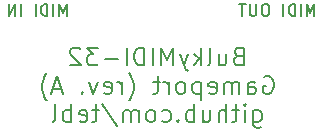
<source format=gbo>
G04 #@! TF.GenerationSoftware,KiCad,Pcbnew,(5.1.8)-1*
G04 #@! TF.CreationDate,2022-02-10T23:19:11+01:00*
G04 #@! TF.ProjectId,BulkyMIDI-32 Gameport,42756c6b-794d-4494-9449-2d3332204761,rev?*
G04 #@! TF.SameCoordinates,Original*
G04 #@! TF.FileFunction,Legend,Bot*
G04 #@! TF.FilePolarity,Positive*
%FSLAX46Y46*%
G04 Gerber Fmt 4.6, Leading zero omitted, Abs format (unit mm)*
G04 Created by KiCad (PCBNEW (5.1.8)-1) date 2022-02-10 23:19:11*
%MOMM*%
%LPD*%
G01*
G04 APERTURE LIST*
%ADD10C,0.150000*%
G04 APERTURE END LIST*
D10*
X131389047Y-68651380D02*
X131389047Y-67651380D01*
X131055714Y-68365666D01*
X130722380Y-67651380D01*
X130722380Y-68651380D01*
X130246190Y-68651380D02*
X130246190Y-67651380D01*
X129770000Y-68651380D02*
X129770000Y-67651380D01*
X129531904Y-67651380D01*
X129389047Y-67699000D01*
X129293809Y-67794238D01*
X129246190Y-67889476D01*
X129198571Y-68079952D01*
X129198571Y-68222809D01*
X129246190Y-68413285D01*
X129293809Y-68508523D01*
X129389047Y-68603761D01*
X129531904Y-68651380D01*
X129770000Y-68651380D01*
X128770000Y-68651380D02*
X128770000Y-67651380D01*
X127341428Y-67651380D02*
X127150952Y-67651380D01*
X127055714Y-67699000D01*
X126960476Y-67794238D01*
X126912857Y-67984714D01*
X126912857Y-68318047D01*
X126960476Y-68508523D01*
X127055714Y-68603761D01*
X127150952Y-68651380D01*
X127341428Y-68651380D01*
X127436666Y-68603761D01*
X127531904Y-68508523D01*
X127579523Y-68318047D01*
X127579523Y-67984714D01*
X127531904Y-67794238D01*
X127436666Y-67699000D01*
X127341428Y-67651380D01*
X126484285Y-67651380D02*
X126484285Y-68460904D01*
X126436666Y-68556142D01*
X126389047Y-68603761D01*
X126293809Y-68651380D01*
X126103333Y-68651380D01*
X126008095Y-68603761D01*
X125960476Y-68556142D01*
X125912857Y-68460904D01*
X125912857Y-67651380D01*
X125579523Y-67651380D02*
X125008095Y-67651380D01*
X125293809Y-68651380D02*
X125293809Y-67651380D01*
X110402380Y-68651380D02*
X110402380Y-67651380D01*
X110069047Y-68365666D01*
X109735714Y-67651380D01*
X109735714Y-68651380D01*
X109259523Y-68651380D02*
X109259523Y-67651380D01*
X108783333Y-68651380D02*
X108783333Y-67651380D01*
X108545238Y-67651380D01*
X108402380Y-67699000D01*
X108307142Y-67794238D01*
X108259523Y-67889476D01*
X108211904Y-68079952D01*
X108211904Y-68222809D01*
X108259523Y-68413285D01*
X108307142Y-68508523D01*
X108402380Y-68603761D01*
X108545238Y-68651380D01*
X108783333Y-68651380D01*
X107783333Y-68651380D02*
X107783333Y-67651380D01*
X106545238Y-68651380D02*
X106545238Y-67651380D01*
X106069047Y-68651380D02*
X106069047Y-67651380D01*
X105497619Y-68651380D01*
X105497619Y-67651380D01*
X124931428Y-72041857D02*
X124717142Y-72113285D01*
X124645714Y-72184714D01*
X124574285Y-72327571D01*
X124574285Y-72541857D01*
X124645714Y-72684714D01*
X124717142Y-72756142D01*
X124860000Y-72827571D01*
X125431428Y-72827571D01*
X125431428Y-71327571D01*
X124931428Y-71327571D01*
X124788571Y-71399000D01*
X124717142Y-71470428D01*
X124645714Y-71613285D01*
X124645714Y-71756142D01*
X124717142Y-71899000D01*
X124788571Y-71970428D01*
X124931428Y-72041857D01*
X125431428Y-72041857D01*
X123288571Y-71827571D02*
X123288571Y-72827571D01*
X123931428Y-71827571D02*
X123931428Y-72613285D01*
X123860000Y-72756142D01*
X123717142Y-72827571D01*
X123502857Y-72827571D01*
X123360000Y-72756142D01*
X123288571Y-72684714D01*
X122360000Y-72827571D02*
X122502857Y-72756142D01*
X122574285Y-72613285D01*
X122574285Y-71327571D01*
X121788571Y-72827571D02*
X121788571Y-71327571D01*
X121645714Y-72256142D02*
X121217142Y-72827571D01*
X121217142Y-71827571D02*
X121788571Y-72399000D01*
X120717142Y-71827571D02*
X120360000Y-72827571D01*
X120002857Y-71827571D02*
X120360000Y-72827571D01*
X120502857Y-73184714D01*
X120574285Y-73256142D01*
X120717142Y-73327571D01*
X119431428Y-72827571D02*
X119431428Y-71327571D01*
X118931428Y-72399000D01*
X118431428Y-71327571D01*
X118431428Y-72827571D01*
X117717142Y-72827571D02*
X117717142Y-71327571D01*
X117002857Y-72827571D02*
X117002857Y-71327571D01*
X116645714Y-71327571D01*
X116431428Y-71399000D01*
X116288571Y-71541857D01*
X116217142Y-71684714D01*
X116145714Y-71970428D01*
X116145714Y-72184714D01*
X116217142Y-72470428D01*
X116288571Y-72613285D01*
X116431428Y-72756142D01*
X116645714Y-72827571D01*
X117002857Y-72827571D01*
X115502857Y-72827571D02*
X115502857Y-71327571D01*
X114788571Y-72256142D02*
X113645714Y-72256142D01*
X113074285Y-71327571D02*
X112145714Y-71327571D01*
X112645714Y-71899000D01*
X112431428Y-71899000D01*
X112288571Y-71970428D01*
X112217142Y-72041857D01*
X112145714Y-72184714D01*
X112145714Y-72541857D01*
X112217142Y-72684714D01*
X112288571Y-72756142D01*
X112431428Y-72827571D01*
X112860000Y-72827571D01*
X113002857Y-72756142D01*
X113074285Y-72684714D01*
X111574285Y-71470428D02*
X111502857Y-71399000D01*
X111360000Y-71327571D01*
X111002857Y-71327571D01*
X110860000Y-71399000D01*
X110788571Y-71470428D01*
X110717142Y-71613285D01*
X110717142Y-71756142D01*
X110788571Y-71970428D01*
X111645714Y-72827571D01*
X110717142Y-72827571D01*
X127110000Y-73799000D02*
X127252857Y-73727571D01*
X127467142Y-73727571D01*
X127681428Y-73799000D01*
X127824285Y-73941857D01*
X127895714Y-74084714D01*
X127967142Y-74370428D01*
X127967142Y-74584714D01*
X127895714Y-74870428D01*
X127824285Y-75013285D01*
X127681428Y-75156142D01*
X127467142Y-75227571D01*
X127324285Y-75227571D01*
X127110000Y-75156142D01*
X127038571Y-75084714D01*
X127038571Y-74584714D01*
X127324285Y-74584714D01*
X125752857Y-75227571D02*
X125752857Y-74441857D01*
X125824285Y-74299000D01*
X125967142Y-74227571D01*
X126252857Y-74227571D01*
X126395714Y-74299000D01*
X125752857Y-75156142D02*
X125895714Y-75227571D01*
X126252857Y-75227571D01*
X126395714Y-75156142D01*
X126467142Y-75013285D01*
X126467142Y-74870428D01*
X126395714Y-74727571D01*
X126252857Y-74656142D01*
X125895714Y-74656142D01*
X125752857Y-74584714D01*
X125038571Y-75227571D02*
X125038571Y-74227571D01*
X125038571Y-74370428D02*
X124967142Y-74299000D01*
X124824285Y-74227571D01*
X124610000Y-74227571D01*
X124467142Y-74299000D01*
X124395714Y-74441857D01*
X124395714Y-75227571D01*
X124395714Y-74441857D02*
X124324285Y-74299000D01*
X124181428Y-74227571D01*
X123967142Y-74227571D01*
X123824285Y-74299000D01*
X123752857Y-74441857D01*
X123752857Y-75227571D01*
X122467142Y-75156142D02*
X122610000Y-75227571D01*
X122895714Y-75227571D01*
X123038571Y-75156142D01*
X123110000Y-75013285D01*
X123110000Y-74441857D01*
X123038571Y-74299000D01*
X122895714Y-74227571D01*
X122610000Y-74227571D01*
X122467142Y-74299000D01*
X122395714Y-74441857D01*
X122395714Y-74584714D01*
X123110000Y-74727571D01*
X121752857Y-74227571D02*
X121752857Y-75727571D01*
X121752857Y-74299000D02*
X121610000Y-74227571D01*
X121324285Y-74227571D01*
X121181428Y-74299000D01*
X121110000Y-74370428D01*
X121038571Y-74513285D01*
X121038571Y-74941857D01*
X121110000Y-75084714D01*
X121181428Y-75156142D01*
X121324285Y-75227571D01*
X121610000Y-75227571D01*
X121752857Y-75156142D01*
X120181428Y-75227571D02*
X120324285Y-75156142D01*
X120395714Y-75084714D01*
X120467142Y-74941857D01*
X120467142Y-74513285D01*
X120395714Y-74370428D01*
X120324285Y-74299000D01*
X120181428Y-74227571D01*
X119967142Y-74227571D01*
X119824285Y-74299000D01*
X119752857Y-74370428D01*
X119681428Y-74513285D01*
X119681428Y-74941857D01*
X119752857Y-75084714D01*
X119824285Y-75156142D01*
X119967142Y-75227571D01*
X120181428Y-75227571D01*
X119038571Y-75227571D02*
X119038571Y-74227571D01*
X119038571Y-74513285D02*
X118967142Y-74370428D01*
X118895714Y-74299000D01*
X118752857Y-74227571D01*
X118610000Y-74227571D01*
X118324285Y-74227571D02*
X117752857Y-74227571D01*
X118110000Y-73727571D02*
X118110000Y-75013285D01*
X118038571Y-75156142D01*
X117895714Y-75227571D01*
X117752857Y-75227571D01*
X115681428Y-75799000D02*
X115752857Y-75727571D01*
X115895714Y-75513285D01*
X115967142Y-75370428D01*
X116038571Y-75156142D01*
X116110000Y-74799000D01*
X116110000Y-74513285D01*
X116038571Y-74156142D01*
X115967142Y-73941857D01*
X115895714Y-73799000D01*
X115752857Y-73584714D01*
X115681428Y-73513285D01*
X115110000Y-75227571D02*
X115110000Y-74227571D01*
X115110000Y-74513285D02*
X115038571Y-74370428D01*
X114967142Y-74299000D01*
X114824285Y-74227571D01*
X114681428Y-74227571D01*
X113610000Y-75156142D02*
X113752857Y-75227571D01*
X114038571Y-75227571D01*
X114181428Y-75156142D01*
X114252857Y-75013285D01*
X114252857Y-74441857D01*
X114181428Y-74299000D01*
X114038571Y-74227571D01*
X113752857Y-74227571D01*
X113610000Y-74299000D01*
X113538571Y-74441857D01*
X113538571Y-74584714D01*
X114252857Y-74727571D01*
X113038571Y-74227571D02*
X112681428Y-75227571D01*
X112324285Y-74227571D01*
X111752857Y-75084714D02*
X111681428Y-75156142D01*
X111752857Y-75227571D01*
X111824285Y-75156142D01*
X111752857Y-75084714D01*
X111752857Y-75227571D01*
X109967142Y-74799000D02*
X109252857Y-74799000D01*
X110110000Y-75227571D02*
X109610000Y-73727571D01*
X109110000Y-75227571D01*
X108752857Y-75799000D02*
X108681428Y-75727571D01*
X108538571Y-75513285D01*
X108467142Y-75370428D01*
X108395714Y-75156142D01*
X108324285Y-74799000D01*
X108324285Y-74513285D01*
X108395714Y-74156142D01*
X108467142Y-73941857D01*
X108538571Y-73799000D01*
X108681428Y-73584714D01*
X108752857Y-73513285D01*
X126217142Y-76627571D02*
X126217142Y-77841857D01*
X126288571Y-77984714D01*
X126360000Y-78056142D01*
X126502857Y-78127571D01*
X126717142Y-78127571D01*
X126860000Y-78056142D01*
X126217142Y-77556142D02*
X126360000Y-77627571D01*
X126645714Y-77627571D01*
X126788571Y-77556142D01*
X126860000Y-77484714D01*
X126931428Y-77341857D01*
X126931428Y-76913285D01*
X126860000Y-76770428D01*
X126788571Y-76699000D01*
X126645714Y-76627571D01*
X126360000Y-76627571D01*
X126217142Y-76699000D01*
X125502857Y-77627571D02*
X125502857Y-76627571D01*
X125502857Y-76127571D02*
X125574285Y-76199000D01*
X125502857Y-76270428D01*
X125431428Y-76199000D01*
X125502857Y-76127571D01*
X125502857Y-76270428D01*
X125002857Y-76627571D02*
X124431428Y-76627571D01*
X124788571Y-76127571D02*
X124788571Y-77413285D01*
X124717142Y-77556142D01*
X124574285Y-77627571D01*
X124431428Y-77627571D01*
X123931428Y-77627571D02*
X123931428Y-76127571D01*
X123288571Y-77627571D02*
X123288571Y-76841857D01*
X123360000Y-76699000D01*
X123502857Y-76627571D01*
X123717142Y-76627571D01*
X123860000Y-76699000D01*
X123931428Y-76770428D01*
X121931428Y-76627571D02*
X121931428Y-77627571D01*
X122574285Y-76627571D02*
X122574285Y-77413285D01*
X122502857Y-77556142D01*
X122360000Y-77627571D01*
X122145714Y-77627571D01*
X122002857Y-77556142D01*
X121931428Y-77484714D01*
X121217142Y-77627571D02*
X121217142Y-76127571D01*
X121217142Y-76699000D02*
X121074285Y-76627571D01*
X120788571Y-76627571D01*
X120645714Y-76699000D01*
X120574285Y-76770428D01*
X120502857Y-76913285D01*
X120502857Y-77341857D01*
X120574285Y-77484714D01*
X120645714Y-77556142D01*
X120788571Y-77627571D01*
X121074285Y-77627571D01*
X121217142Y-77556142D01*
X119860000Y-77484714D02*
X119788571Y-77556142D01*
X119860000Y-77627571D01*
X119931428Y-77556142D01*
X119860000Y-77484714D01*
X119860000Y-77627571D01*
X118502857Y-77556142D02*
X118645714Y-77627571D01*
X118931428Y-77627571D01*
X119074285Y-77556142D01*
X119145714Y-77484714D01*
X119217142Y-77341857D01*
X119217142Y-76913285D01*
X119145714Y-76770428D01*
X119074285Y-76699000D01*
X118931428Y-76627571D01*
X118645714Y-76627571D01*
X118502857Y-76699000D01*
X117645714Y-77627571D02*
X117788571Y-77556142D01*
X117860000Y-77484714D01*
X117931428Y-77341857D01*
X117931428Y-76913285D01*
X117860000Y-76770428D01*
X117788571Y-76699000D01*
X117645714Y-76627571D01*
X117431428Y-76627571D01*
X117288571Y-76699000D01*
X117217142Y-76770428D01*
X117145714Y-76913285D01*
X117145714Y-77341857D01*
X117217142Y-77484714D01*
X117288571Y-77556142D01*
X117431428Y-77627571D01*
X117645714Y-77627571D01*
X116502857Y-77627571D02*
X116502857Y-76627571D01*
X116502857Y-76770428D02*
X116431428Y-76699000D01*
X116288571Y-76627571D01*
X116074285Y-76627571D01*
X115931428Y-76699000D01*
X115860000Y-76841857D01*
X115860000Y-77627571D01*
X115860000Y-76841857D02*
X115788571Y-76699000D01*
X115645714Y-76627571D01*
X115431428Y-76627571D01*
X115288571Y-76699000D01*
X115217142Y-76841857D01*
X115217142Y-77627571D01*
X113431428Y-76056142D02*
X114717142Y-77984714D01*
X113145714Y-76627571D02*
X112574285Y-76627571D01*
X112931428Y-76127571D02*
X112931428Y-77413285D01*
X112860000Y-77556142D01*
X112717142Y-77627571D01*
X112574285Y-77627571D01*
X111502857Y-77556142D02*
X111645714Y-77627571D01*
X111931428Y-77627571D01*
X112074285Y-77556142D01*
X112145714Y-77413285D01*
X112145714Y-76841857D01*
X112074285Y-76699000D01*
X111931428Y-76627571D01*
X111645714Y-76627571D01*
X111502857Y-76699000D01*
X111431428Y-76841857D01*
X111431428Y-76984714D01*
X112145714Y-77127571D01*
X110788571Y-77627571D02*
X110788571Y-76127571D01*
X110788571Y-76699000D02*
X110645714Y-76627571D01*
X110360000Y-76627571D01*
X110217142Y-76699000D01*
X110145714Y-76770428D01*
X110074285Y-76913285D01*
X110074285Y-77341857D01*
X110145714Y-77484714D01*
X110217142Y-77556142D01*
X110360000Y-77627571D01*
X110645714Y-77627571D01*
X110788571Y-77556142D01*
X109217142Y-77627571D02*
X109360000Y-77556142D01*
X109431428Y-77413285D01*
X109431428Y-76127571D01*
M02*

</source>
